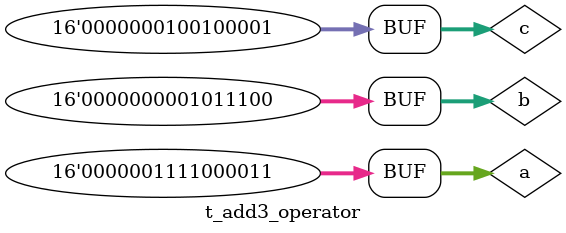
<source format=v>
module add3_FA(y,cout,a,b,c);
  output y,cout;
  input a,b,c;
  wire c3,c1,c2;
  
  xor x1 (c1,a,b);
  xor x2 (y,c1,c);
  
  and a1 (c2,a,b);
  and a2 (c3,c1,c);
  or o1 (cout,c2,c3);
  
 
endmodule

module add3_struct(y,a,b,c);
parameter N = 16;
output [N-1:0]y;
input [N-1:0]a,b,c;
wire [N-1:1]ci1,ci2;
wire [N-1:0]carry;
wire cout1,cout2;
reg cin;

add3_FA fa0[N-1:0](carry,{cout1,ci1[N-1:1]},a,b,{ci1[N-1:1],1'b0});
add3_FA fa1[N-1:0](y,{cout2,ci2[N-1:1]},carry,c,{ci2[N-1:1],1'b0});
endmodule

module t_add3_struct();
  
  reg[15:0] a,b,c;
  wire cout;
  wire[15:0] y;
  
  add3_struct fa1(y,a,b,c);
  initial begin
    
    #5
     a = 16'b0000_1010_1100_0011;
     b = 16'b0001_1000_0101_1100;
     c = 16'b0000_1011_0010_0001;
     
     #5
     a = 16'b0000_1011_1100_0011;
     b = 16'b0001_1000_0101_1100;
     c = 16'b0011_1001_0010_0001;
     
     $monitor("a= %d, b= %d, c= %d, y= %d ",a,b,c,y);
   end
  endmodule

module add3_case(y,a,b,c);
  
parameter N = 16;
output [N-1:0]y;
input [N-1:0]a,b,c;
wire [(N/2)-1:0]ci1,ci2;
wire [N/2:0]ci3,ci4;
wire [N-1:0]tmp1;
wire [N:0]tmp2;
wire y0;
wire cout1,cout2;
wire tmp;
reg cin;

//LV_pragma translate_off
generate
 
 if(N % 2 == 0) begin
   
     bit2_FA fa0[(N/2)-1:0](tmp1,{cout1,ci1[N/2-1:1]},a,b,{ci1[N/2-1:1],1'b0});
     bit2_FA fa1[(N/2)-1:0](y,{cout2,ci2[(N/2)-1:1]},tmp1,c,{ci2[N/2-1:1],1'b0});
   end
     else begin
      bit2_FA fa2[(N/2):0](tmp2,{cout1,ci3[(N/2):1]},{1'b0,a},{1'b0,b},{ci3[N/2:1],1'b0});
      bit2_FA fa3[(N/2):0]({tmp,y},{cout2,ci4[(N/2):1]},tmp2,{1'b0,c},{ci4[N/2:1],1'b0});
    end
    
    endgenerate
//LV_pragram translate_on    
 endmodule

module bit2_FA(y,cout,a,b,c);
  output reg[1:0] y;
  input [1:0]a,b;
  input c;
  output reg cout;
  
  
   always@(a,b,c)
  begin 
  
  //case({a[1],a[0],b[1],b[0],c})
  case({a,b,c})  
    5'b00001:
    begin
     y <= 2'b01; 
     cout <= 1'b0;
     end 
    
    5'b00010:
    begin
     y <= 2'b01; 
     cout <= 1'b0;
     end 
     
     5'b00011:
    begin
     y <= 2'b10; 
     cout <= 1'b0;
     end 
     
     5'b00100:
    begin
     y <= 2'b10; 
     cout <= 1'b0;
     end
     
     5'b00101:
    begin
     y <= 2'b11; 
     cout <= 1'b0;
     end
     
     5'b00110:
    begin
     y <= 2'b11; 
     cout <= 1'b0;
     end
     
     5'b00111:
    begin
     y <= 2'b00; 
     cout <= 1'b1;
     end
     
     5'b01000:
    begin
     y <= 2'b01; 
     cout <= 1'b0;
     end
     
     5'b01001:
    begin
     y <= 2'b10; 
     cout <= 1'b0;
     end
     
     5'b01010:
    begin
     y <= 2'b10; 
     cout <= 1'b0;
     end 
     
     5'b01011:
    begin
     y <= 2'b11; 
     cout <= 1'b0;
     end
     
     5'b01100:
    begin
     y <= 2'b11; 
     cout <= 1'b0;
     end
     
     5'b01101:
    begin
     y <= 2'b00; 
     cout <= 1'b1;
     end
     
     5'b01110:
    begin
     y <= 2'b00; 
     cout <= 1'b1;
     end
     
     5'b01111:
    begin
     y <= 2'b01; 
     cout <= 1'b1;
     end
     
     5'b10000:
    begin
     y <= 2'b10; 
     cout <= 1'b0;
     end
     
     5'b10001:
    begin
     y <= 2'b11; 
     cout <= 1'b0;
     end
     
     5'b10010:
    begin
     y <= 2'b11; 
     cout <= 1'b0;
     end
     
     5'b10011:
    begin
     y <= 2'b00; 
     cout <= 1'b1;
     end
     
     5'b10100:
    begin
     y <= 2'b00; 
     cout <= 1'b1;
     end
     
     5'b10101:
    begin
     y <= 2'b01; 
     cout <= 1'b1;
     end
     
     5'b10110:  //22
    begin
     y <= 2'b01; 
     cout <= 1'b1;
     end
     
     5'b10111:  //23
    begin
     y <= 2'b10; 
     cout <= 1'b1;
     end
     
     5'b11000: //24
    begin
     y <= 2'b11; 
     cout <= 1'b0;
     end
     
     5'b11001:  //25
    begin
     y <= 2'b00; 
     cout <= 1'b1;
     end
     
     5'b11010:  //26
    begin
     y <= 2'b00; 
     cout <= 1'b1;
     end
     
     5'b11011:  //27
    begin
     y <= 2'b00; 
     cout <= 1'b1;
     end
     
     5'b11100: //28
    begin
     y <= 2'b01; 
     cout <= 1'b1;
     end
     
     5'b11101:  //29
    begin
     y <= 2'b10; 
     cout <= 1'b1;
     end
     
     5'b11110:  //30
    begin
     y <= 2'b11; 
     cout <= 1'b0;
     end
     
     5'b11111:  //31
    begin
     y <= 2'b11; 
     cout <= 1'b1;
     end
     
     5'b00000:  //0
    begin
     y <= 2'b00; 
     cout <= 1'b0;
     end
 endcase
 end
endmodule

module t_add3_case();
  
  reg[15:0] a,b,c;
  wire cout;
  wire[15:0] y;
  
  add3_case fa1(y,a,b,c);
  initial begin
    
    #5
     a = 13'b0_1010_1000_0011;
     b = 13'b0_1000_0101_1100;
     c = 13'b0_1011_0100_0001;
     
     #10
     a = 13'b0_0011_1100_0011;
     b = 13'b0_0000_0101_1100;
     c = 13'b0_0001_1010_0001;
     
     $monitor("a= %d, b= %d, c= %d, y= %d",a,b,c,y);
   end
  endmodule
  
  module add3_parcase(y,a,b,c);
  
  output reg[1:0] y;
  input [1:0]a,b;
  input c;
  reg cout;
  
  always @(a,b,c)
  begin 
   
   
   case({a,b,c}) // synopsys parallel_case
    5'b00001:
    begin
    y <= 2'b01; 
     cout <= 1'b0;
     end 
    
    5'b00010:
    begin
     y <= 2'b01; 
     cout <= 1'b0;
     end 
     
     5'b00011:
    begin
     y <= 2'b10; 
     cout <= 1'b0;
     end 
     
     5'b00100:
    begin
     y <= 2'b10; 
     cout <= 1'b0;
     end
     
     5'b00101:
    begin
     y <= 2'b11; 
     cout <= 1'b0;
     end
     
     5'b00110:
    begin
     y <= 2'b11; 
     cout <= 1'b0;
     end
     
     5'b00111:
    begin
     y <= 2'b00; 
     cout <= 1'b1;
     end
     
     5'b01000:
    begin
     y <= 2'b01; 
     cout <= 1'b0;
     end
     
     5'b01001:
    begin
     y <= 2'b10; 
     cout <= 1'b0;
     end
     
     5'b01010:
    begin
     y <= 2'b10; 
     cout <= 1'b0;
     end 
     
     5'b01011:
    begin
     y <= 2'b11; 
     cout <= 1'b0;
     end
     
     5'b01100:
    begin
     y <= 2'b11; 
     cout <= 1'b0;
     end
     
     5'b01101:
    begin
     y <= 2'b00; 
     cout <= 1'b1;
     end
     
     5'b01110:
    begin
     y <= 2'b00; 
     cout <= 1'b1;
     end
     
     5'b01111:
    begin
     y <= 2'b01; 
     cout <= 1'b1;
     end
     
     5'b10000:
    begin
     y <= 2'b10; 
     cout <= 1'b0;
     end
     
     5'b10001:
    begin
     y <= 2'b11; 
     cout <= 1'b0;
     end
     
     5'b10010:
    begin
     y <= 2'b11; 
     cout <= 1'b0;
     end
     
     5'b10011:
    begin
     y <= 2'b00; 
     cout <= 1'b1;
     end
     
     5'b10100:
    begin
     y <= 2'b00; 
     cout <= 1'b1;
     end
     
     5'b10101:
    begin
     y <= 2'b01; 
     cout <= 1'b1;
     end
     
     5'b10110:  //22
    begin
     y <= 2'b01; 
     cout <= 1'b1;
     end
     
     5'b10111:  //23
    begin
     y <= 2'b10; 
     cout <= 1'b1;
     end
     
     5'b11000: //24
    begin
     y <= 2'b11; 
     cout <= 1'b0;
     end
     
     5'b11001:  //25
    begin
     y <= 2'b00; 
     cout <= 1'b1;
     end
     
     5'b11010:  //26
    begin
     y <= 2'b00; 
     cout <= 1'b1;
     end
     
     5'b11011:  //27
    begin
     y <= 2'b00; 
     cout <= 1'b1;
     end
     
     5'b11100: //28
    begin
     y <= 2'b01; 
     cout <= 1'b1;
     end
     
     5'b11101:  //29
    begin
     y <= 2'b10; 
     cout <= 1'b1;
     end
     
     5'b11110:  //30
    begin
     y <= 2'b11; 
     cout <= 1'b0;
     end
     
     5'b11111:  //31
    begin
     y <= 2'b11; 
     cout <= 1'b1;
     end
     
     5'b00000:  //0
    begin
     y <= 2'b00; 
     cout <= 1'b0;
     end
 endcase
 end
 endmodule

module add3_operator(y,a,b,c);
  
parameter N = 16;
output [N-1:0]y;
input [N-1:0]a,b,c;

assign y = (a+b)+c;

endmodule

module t_add3_operator();
  
  reg[15:0] a,b,c;
  wire cout;
  wire[15:0] y;
  
  add3_operator fa1(y,a,b,c);
  initial begin
    
    #5
     a = 16'b0000_0010_1100_0011;
     b = 16'b0000_0000_0101_1100;
     c = 16'b0000_0011_0010_0001;
     
     #5
     a = 16'b0000_0011_1100_0011;
     b = 16'b0000_0000_0101_1100;
     c = 16'b0000_0001_0010_0001;
     
     $monitor("a= %d, b= %d, c= %d, y= %d",a,b,c,y);
   end
  endmodule
  
</source>
